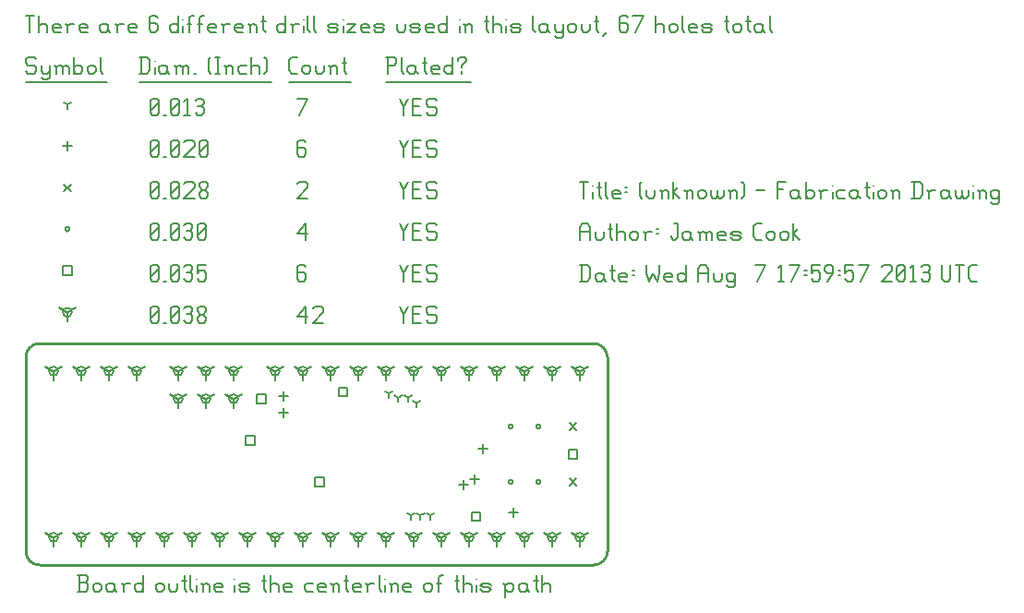
<source format=gbr>
G04 start of page 11 for group -3984 idx -3984 *
G04 Title: (unknown), fab *
G04 Creator: pcb 20110918 *
G04 CreationDate: Wed Aug  7 17:59:57 2013 UTC *
G04 For: mokus *
G04 Format: Gerber/RS-274X *
G04 PCB-Dimensions: 210000 80000 *
G04 PCB-Coordinate-Origin: lower left *
%MOIN*%
%FSLAX25Y25*%
%LNFAB*%
%ADD69C,0.0100*%
%ADD68C,0.0075*%
%ADD67C,0.0060*%
%ADD66C,0.0001*%
%ADD65R,0.0080X0.0080*%
G54D65*X55000Y60000D02*Y56800D01*
G54D66*G36*
X54454Y60147D02*X57920Y62146D01*
X58320Y61453D01*
X54853Y59454D01*
X54454Y60147D01*
G37*
G36*
X55147Y59454D02*X51680Y61453D01*
X52080Y62146D01*
X55546Y60147D01*
X55147Y59454D01*
G37*
G54D65*X53400Y60000D02*G75*G03X56600Y60000I1600J0D01*G01*
G75*G03X53400Y60000I-1600J0D01*G01*
X55000Y70000D02*Y66800D01*
G54D66*G36*
X54454Y70147D02*X57920Y72146D01*
X58320Y71453D01*
X54853Y69454D01*
X54454Y70147D01*
G37*
G36*
X55147Y69454D02*X51680Y71453D01*
X52080Y72146D01*
X55546Y70147D01*
X55147Y69454D01*
G37*
G54D65*X53400Y70000D02*G75*G03X56600Y70000I1600J0D01*G01*
G75*G03X53400Y70000I-1600J0D01*G01*
X65000Y60000D02*Y56800D01*
G54D66*G36*
X64454Y60147D02*X67920Y62146D01*
X68320Y61453D01*
X64853Y59454D01*
X64454Y60147D01*
G37*
G36*
X65147Y59454D02*X61680Y61453D01*
X62080Y62146D01*
X65546Y60147D01*
X65147Y59454D01*
G37*
G54D65*X63400Y60000D02*G75*G03X66600Y60000I1600J0D01*G01*
G75*G03X63400Y60000I-1600J0D01*G01*
X65000Y70000D02*Y66800D01*
G54D66*G36*
X64454Y70147D02*X67920Y72146D01*
X68320Y71453D01*
X64853Y69454D01*
X64454Y70147D01*
G37*
G36*
X65147Y69454D02*X61680Y71453D01*
X62080Y72146D01*
X65546Y70147D01*
X65147Y69454D01*
G37*
G54D65*X63400Y70000D02*G75*G03X66600Y70000I1600J0D01*G01*
G75*G03X63400Y70000I-1600J0D01*G01*
X75000Y60000D02*Y56800D01*
G54D66*G36*
X74454Y60147D02*X77920Y62146D01*
X78320Y61453D01*
X74853Y59454D01*
X74454Y60147D01*
G37*
G36*
X75147Y59454D02*X71680Y61453D01*
X72080Y62146D01*
X75546Y60147D01*
X75147Y59454D01*
G37*
G54D65*X73400Y60000D02*G75*G03X76600Y60000I1600J0D01*G01*
G75*G03X73400Y60000I-1600J0D01*G01*
X75000Y70000D02*Y66800D01*
G54D66*G36*
X74454Y70147D02*X77920Y72146D01*
X78320Y71453D01*
X74853Y69454D01*
X74454Y70147D01*
G37*
G36*
X75147Y69454D02*X71680Y71453D01*
X72080Y72146D01*
X75546Y70147D01*
X75147Y69454D01*
G37*
G54D65*X73400Y70000D02*G75*G03X76600Y70000I1600J0D01*G01*
G75*G03X73400Y70000I-1600J0D01*G01*
X10000Y10000D02*Y6800D01*
G54D66*G36*
X9454Y10147D02*X12920Y12146D01*
X13320Y11453D01*
X9853Y9454D01*
X9454Y10147D01*
G37*
G36*
X10147Y9454D02*X6680Y11453D01*
X7080Y12146D01*
X10546Y10147D01*
X10147Y9454D01*
G37*
G54D65*X8400Y10000D02*G75*G03X11600Y10000I1600J0D01*G01*
G75*G03X8400Y10000I-1600J0D01*G01*
X20000D02*Y6800D01*
G54D66*G36*
X19454Y10147D02*X22920Y12146D01*
X23320Y11453D01*
X19853Y9454D01*
X19454Y10147D01*
G37*
G36*
X20147Y9454D02*X16680Y11453D01*
X17080Y12146D01*
X20546Y10147D01*
X20147Y9454D01*
G37*
G54D65*X18400Y10000D02*G75*G03X21600Y10000I1600J0D01*G01*
G75*G03X18400Y10000I-1600J0D01*G01*
X30000D02*Y6800D01*
G54D66*G36*
X29454Y10147D02*X32920Y12146D01*
X33320Y11453D01*
X29853Y9454D01*
X29454Y10147D01*
G37*
G36*
X30147Y9454D02*X26680Y11453D01*
X27080Y12146D01*
X30546Y10147D01*
X30147Y9454D01*
G37*
G54D65*X28400Y10000D02*G75*G03X31600Y10000I1600J0D01*G01*
G75*G03X28400Y10000I-1600J0D01*G01*
X40000D02*Y6800D01*
G54D66*G36*
X39454Y10147D02*X42920Y12146D01*
X43320Y11453D01*
X39853Y9454D01*
X39454Y10147D01*
G37*
G36*
X40147Y9454D02*X36680Y11453D01*
X37080Y12146D01*
X40546Y10147D01*
X40147Y9454D01*
G37*
G54D65*X38400Y10000D02*G75*G03X41600Y10000I1600J0D01*G01*
G75*G03X38400Y10000I-1600J0D01*G01*
X50000D02*Y6800D01*
G54D66*G36*
X49454Y10147D02*X52920Y12146D01*
X53320Y11453D01*
X49853Y9454D01*
X49454Y10147D01*
G37*
G36*
X50147Y9454D02*X46680Y11453D01*
X47080Y12146D01*
X50546Y10147D01*
X50147Y9454D01*
G37*
G54D65*X48400Y10000D02*G75*G03X51600Y10000I1600J0D01*G01*
G75*G03X48400Y10000I-1600J0D01*G01*
X60000D02*Y6800D01*
G54D66*G36*
X59454Y10147D02*X62920Y12146D01*
X63320Y11453D01*
X59853Y9454D01*
X59454Y10147D01*
G37*
G36*
X60147Y9454D02*X56680Y11453D01*
X57080Y12146D01*
X60546Y10147D01*
X60147Y9454D01*
G37*
G54D65*X58400Y10000D02*G75*G03X61600Y10000I1600J0D01*G01*
G75*G03X58400Y10000I-1600J0D01*G01*
X70000D02*Y6800D01*
G54D66*G36*
X69454Y10147D02*X72920Y12146D01*
X73320Y11453D01*
X69853Y9454D01*
X69454Y10147D01*
G37*
G36*
X70147Y9454D02*X66680Y11453D01*
X67080Y12146D01*
X70546Y10147D01*
X70147Y9454D01*
G37*
G54D65*X68400Y10000D02*G75*G03X71600Y10000I1600J0D01*G01*
G75*G03X68400Y10000I-1600J0D01*G01*
X80000D02*Y6800D01*
G54D66*G36*
X79454Y10147D02*X82920Y12146D01*
X83320Y11453D01*
X79853Y9454D01*
X79454Y10147D01*
G37*
G36*
X80147Y9454D02*X76680Y11453D01*
X77080Y12146D01*
X80546Y10147D01*
X80147Y9454D01*
G37*
G54D65*X78400Y10000D02*G75*G03X81600Y10000I1600J0D01*G01*
G75*G03X78400Y10000I-1600J0D01*G01*
X90000D02*Y6800D01*
G54D66*G36*
X89454Y10147D02*X92920Y12146D01*
X93320Y11453D01*
X89853Y9454D01*
X89454Y10147D01*
G37*
G36*
X90147Y9454D02*X86680Y11453D01*
X87080Y12146D01*
X90546Y10147D01*
X90147Y9454D01*
G37*
G54D65*X88400Y10000D02*G75*G03X91600Y10000I1600J0D01*G01*
G75*G03X88400Y10000I-1600J0D01*G01*
X100000D02*Y6800D01*
G54D66*G36*
X99454Y10147D02*X102920Y12146D01*
X103320Y11453D01*
X99853Y9454D01*
X99454Y10147D01*
G37*
G36*
X100147Y9454D02*X96680Y11453D01*
X97080Y12146D01*
X100546Y10147D01*
X100147Y9454D01*
G37*
G54D65*X98400Y10000D02*G75*G03X101600Y10000I1600J0D01*G01*
G75*G03X98400Y10000I-1600J0D01*G01*
X110000D02*Y6800D01*
G54D66*G36*
X109454Y10147D02*X112920Y12146D01*
X113320Y11453D01*
X109853Y9454D01*
X109454Y10147D01*
G37*
G36*
X110147Y9454D02*X106680Y11453D01*
X107080Y12146D01*
X110546Y10147D01*
X110147Y9454D01*
G37*
G54D65*X108400Y10000D02*G75*G03X111600Y10000I1600J0D01*G01*
G75*G03X108400Y10000I-1600J0D01*G01*
X120000D02*Y6800D01*
G54D66*G36*
X119454Y10147D02*X122920Y12146D01*
X123320Y11453D01*
X119853Y9454D01*
X119454Y10147D01*
G37*
G36*
X120147Y9454D02*X116680Y11453D01*
X117080Y12146D01*
X120546Y10147D01*
X120147Y9454D01*
G37*
G54D65*X118400Y10000D02*G75*G03X121600Y10000I1600J0D01*G01*
G75*G03X118400Y10000I-1600J0D01*G01*
X130000D02*Y6800D01*
G54D66*G36*
X129454Y10147D02*X132920Y12146D01*
X133320Y11453D01*
X129853Y9454D01*
X129454Y10147D01*
G37*
G36*
X130147Y9454D02*X126680Y11453D01*
X127080Y12146D01*
X130546Y10147D01*
X130147Y9454D01*
G37*
G54D65*X128400Y10000D02*G75*G03X131600Y10000I1600J0D01*G01*
G75*G03X128400Y10000I-1600J0D01*G01*
X140000D02*Y6800D01*
G54D66*G36*
X139454Y10147D02*X142920Y12146D01*
X143320Y11453D01*
X139853Y9454D01*
X139454Y10147D01*
G37*
G36*
X140147Y9454D02*X136680Y11453D01*
X137080Y12146D01*
X140546Y10147D01*
X140147Y9454D01*
G37*
G54D65*X138400Y10000D02*G75*G03X141600Y10000I1600J0D01*G01*
G75*G03X138400Y10000I-1600J0D01*G01*
X150000D02*Y6800D01*
G54D66*G36*
X149454Y10147D02*X152920Y12146D01*
X153320Y11453D01*
X149853Y9454D01*
X149454Y10147D01*
G37*
G36*
X150147Y9454D02*X146680Y11453D01*
X147080Y12146D01*
X150546Y10147D01*
X150147Y9454D01*
G37*
G54D65*X148400Y10000D02*G75*G03X151600Y10000I1600J0D01*G01*
G75*G03X148400Y10000I-1600J0D01*G01*
X160000D02*Y6800D01*
G54D66*G36*
X159454Y10147D02*X162920Y12146D01*
X163320Y11453D01*
X159853Y9454D01*
X159454Y10147D01*
G37*
G36*
X160147Y9454D02*X156680Y11453D01*
X157080Y12146D01*
X160546Y10147D01*
X160147Y9454D01*
G37*
G54D65*X158400Y10000D02*G75*G03X161600Y10000I1600J0D01*G01*
G75*G03X158400Y10000I-1600J0D01*G01*
X170000D02*Y6800D01*
G54D66*G36*
X169454Y10147D02*X172920Y12146D01*
X173320Y11453D01*
X169853Y9454D01*
X169454Y10147D01*
G37*
G36*
X170147Y9454D02*X166680Y11453D01*
X167080Y12146D01*
X170546Y10147D01*
X170147Y9454D01*
G37*
G54D65*X168400Y10000D02*G75*G03X171600Y10000I1600J0D01*G01*
G75*G03X168400Y10000I-1600J0D01*G01*
X180000D02*Y6800D01*
G54D66*G36*
X179454Y10147D02*X182920Y12146D01*
X183320Y11453D01*
X179853Y9454D01*
X179454Y10147D01*
G37*
G36*
X180147Y9454D02*X176680Y11453D01*
X177080Y12146D01*
X180546Y10147D01*
X180147Y9454D01*
G37*
G54D65*X178400Y10000D02*G75*G03X181600Y10000I1600J0D01*G01*
G75*G03X178400Y10000I-1600J0D01*G01*
X190000D02*Y6800D01*
G54D66*G36*
X189454Y10147D02*X192920Y12146D01*
X193320Y11453D01*
X189853Y9454D01*
X189454Y10147D01*
G37*
G36*
X190147Y9454D02*X186680Y11453D01*
X187080Y12146D01*
X190546Y10147D01*
X190147Y9454D01*
G37*
G54D65*X188400Y10000D02*G75*G03X191600Y10000I1600J0D01*G01*
G75*G03X188400Y10000I-1600J0D01*G01*
X200000D02*Y6800D01*
G54D66*G36*
X199454Y10147D02*X202920Y12146D01*
X203320Y11453D01*
X199853Y9454D01*
X199454Y10147D01*
G37*
G36*
X200147Y9454D02*X196680Y11453D01*
X197080Y12146D01*
X200546Y10147D01*
X200147Y9454D01*
G37*
G54D65*X198400Y10000D02*G75*G03X201600Y10000I1600J0D01*G01*
G75*G03X198400Y10000I-1600J0D01*G01*
X10000Y70000D02*Y66800D01*
G54D66*G36*
X9454Y70147D02*X12920Y72146D01*
X13320Y71453D01*
X9853Y69454D01*
X9454Y70147D01*
G37*
G36*
X10147Y69454D02*X6680Y71453D01*
X7080Y72146D01*
X10546Y70147D01*
X10147Y69454D01*
G37*
G54D65*X8400Y70000D02*G75*G03X11600Y70000I1600J0D01*G01*
G75*G03X8400Y70000I-1600J0D01*G01*
X20000D02*Y66800D01*
G54D66*G36*
X19454Y70147D02*X22920Y72146D01*
X23320Y71453D01*
X19853Y69454D01*
X19454Y70147D01*
G37*
G36*
X20147Y69454D02*X16680Y71453D01*
X17080Y72146D01*
X20546Y70147D01*
X20147Y69454D01*
G37*
G54D65*X18400Y70000D02*G75*G03X21600Y70000I1600J0D01*G01*
G75*G03X18400Y70000I-1600J0D01*G01*
X30000D02*Y66800D01*
G54D66*G36*
X29454Y70147D02*X32920Y72146D01*
X33320Y71453D01*
X29853Y69454D01*
X29454Y70147D01*
G37*
G36*
X30147Y69454D02*X26680Y71453D01*
X27080Y72146D01*
X30546Y70147D01*
X30147Y69454D01*
G37*
G54D65*X28400Y70000D02*G75*G03X31600Y70000I1600J0D01*G01*
G75*G03X28400Y70000I-1600J0D01*G01*
X40000D02*Y66800D01*
G54D66*G36*
X39454Y70147D02*X42920Y72146D01*
X43320Y71453D01*
X39853Y69454D01*
X39454Y70147D01*
G37*
G36*
X40147Y69454D02*X36680Y71453D01*
X37080Y72146D01*
X40546Y70147D01*
X40147Y69454D01*
G37*
G54D65*X38400Y70000D02*G75*G03X41600Y70000I1600J0D01*G01*
G75*G03X38400Y70000I-1600J0D01*G01*
X120000D02*Y66800D01*
G54D66*G36*
X119454Y70147D02*X122920Y72146D01*
X123320Y71453D01*
X119853Y69454D01*
X119454Y70147D01*
G37*
G36*
X120147Y69454D02*X116680Y71453D01*
X117080Y72146D01*
X120546Y70147D01*
X120147Y69454D01*
G37*
G54D65*X118400Y70000D02*G75*G03X121600Y70000I1600J0D01*G01*
G75*G03X118400Y70000I-1600J0D01*G01*
X110000D02*Y66800D01*
G54D66*G36*
X109454Y70147D02*X112920Y72146D01*
X113320Y71453D01*
X109853Y69454D01*
X109454Y70147D01*
G37*
G36*
X110147Y69454D02*X106680Y71453D01*
X107080Y72146D01*
X110546Y70147D01*
X110147Y69454D01*
G37*
G54D65*X108400Y70000D02*G75*G03X111600Y70000I1600J0D01*G01*
G75*G03X108400Y70000I-1600J0D01*G01*
X100000D02*Y66800D01*
G54D66*G36*
X99454Y70147D02*X102920Y72146D01*
X103320Y71453D01*
X99853Y69454D01*
X99454Y70147D01*
G37*
G36*
X100147Y69454D02*X96680Y71453D01*
X97080Y72146D01*
X100546Y70147D01*
X100147Y69454D01*
G37*
G54D65*X98400Y70000D02*G75*G03X101600Y70000I1600J0D01*G01*
G75*G03X98400Y70000I-1600J0D01*G01*
X90000D02*Y66800D01*
G54D66*G36*
X89454Y70147D02*X92920Y72146D01*
X93320Y71453D01*
X89853Y69454D01*
X89454Y70147D01*
G37*
G36*
X90147Y69454D02*X86680Y71453D01*
X87080Y72146D01*
X90546Y70147D01*
X90147Y69454D01*
G37*
G54D65*X88400Y70000D02*G75*G03X91600Y70000I1600J0D01*G01*
G75*G03X88400Y70000I-1600J0D01*G01*
X200000D02*Y66800D01*
G54D66*G36*
X199454Y70147D02*X202920Y72146D01*
X203320Y71453D01*
X199853Y69454D01*
X199454Y70147D01*
G37*
G36*
X200147Y69454D02*X196680Y71453D01*
X197080Y72146D01*
X200546Y70147D01*
X200147Y69454D01*
G37*
G54D65*X198400Y70000D02*G75*G03X201600Y70000I1600J0D01*G01*
G75*G03X198400Y70000I-1600J0D01*G01*
X190000D02*Y66800D01*
G54D66*G36*
X189454Y70147D02*X192920Y72146D01*
X193320Y71453D01*
X189853Y69454D01*
X189454Y70147D01*
G37*
G36*
X190147Y69454D02*X186680Y71453D01*
X187080Y72146D01*
X190546Y70147D01*
X190147Y69454D01*
G37*
G54D65*X188400Y70000D02*G75*G03X191600Y70000I1600J0D01*G01*
G75*G03X188400Y70000I-1600J0D01*G01*
X180000D02*Y66800D01*
G54D66*G36*
X179454Y70147D02*X182920Y72146D01*
X183320Y71453D01*
X179853Y69454D01*
X179454Y70147D01*
G37*
G36*
X180147Y69454D02*X176680Y71453D01*
X177080Y72146D01*
X180546Y70147D01*
X180147Y69454D01*
G37*
G54D65*X178400Y70000D02*G75*G03X181600Y70000I1600J0D01*G01*
G75*G03X178400Y70000I-1600J0D01*G01*
X170000D02*Y66800D01*
G54D66*G36*
X169454Y70147D02*X172920Y72146D01*
X173320Y71453D01*
X169853Y69454D01*
X169454Y70147D01*
G37*
G36*
X170147Y69454D02*X166680Y71453D01*
X167080Y72146D01*
X170546Y70147D01*
X170147Y69454D01*
G37*
G54D65*X168400Y70000D02*G75*G03X171600Y70000I1600J0D01*G01*
G75*G03X168400Y70000I-1600J0D01*G01*
X160000D02*Y66800D01*
G54D66*G36*
X159454Y70147D02*X162920Y72146D01*
X163320Y71453D01*
X159853Y69454D01*
X159454Y70147D01*
G37*
G36*
X160147Y69454D02*X156680Y71453D01*
X157080Y72146D01*
X160546Y70147D01*
X160147Y69454D01*
G37*
G54D65*X158400Y70000D02*G75*G03X161600Y70000I1600J0D01*G01*
G75*G03X158400Y70000I-1600J0D01*G01*
X150000D02*Y66800D01*
G54D66*G36*
X149454Y70147D02*X152920Y72146D01*
X153320Y71453D01*
X149853Y69454D01*
X149454Y70147D01*
G37*
G36*
X150147Y69454D02*X146680Y71453D01*
X147080Y72146D01*
X150546Y70147D01*
X150147Y69454D01*
G37*
G54D65*X148400Y70000D02*G75*G03X151600Y70000I1600J0D01*G01*
G75*G03X148400Y70000I-1600J0D01*G01*
X140000D02*Y66800D01*
G54D66*G36*
X139454Y70147D02*X142920Y72146D01*
X143320Y71453D01*
X139853Y69454D01*
X139454Y70147D01*
G37*
G36*
X140147Y69454D02*X136680Y71453D01*
X137080Y72146D01*
X140546Y70147D01*
X140147Y69454D01*
G37*
G54D65*X138400Y70000D02*G75*G03X141600Y70000I1600J0D01*G01*
G75*G03X138400Y70000I-1600J0D01*G01*
X130000D02*Y66800D01*
G54D66*G36*
X129454Y70147D02*X132920Y72146D01*
X133320Y71453D01*
X129853Y69454D01*
X129454Y70147D01*
G37*
G36*
X130147Y69454D02*X126680Y71453D01*
X127080Y72146D01*
X130546Y70147D01*
X130147Y69454D01*
G37*
G54D65*X128400Y70000D02*G75*G03X131600Y70000I1600J0D01*G01*
G75*G03X128400Y70000I-1600J0D01*G01*
X15000Y91250D02*Y88050D01*
G54D66*G36*
X14454Y91397D02*X17920Y93396D01*
X18320Y92703D01*
X14853Y90704D01*
X14454Y91397D01*
G37*
G36*
X15147Y90704D02*X11680Y92703D01*
X12080Y93396D01*
X15546Y91397D01*
X15147Y90704D01*
G37*
G54D65*X13400Y91250D02*G75*G03X16600Y91250I1600J0D01*G01*
G75*G03X13400Y91250I-1600J0D01*G01*
G54D67*X135000Y93500D02*X136500Y90500D01*
X138000Y93500D01*
X136500Y90500D02*Y87500D01*
X139800Y90800D02*X142050D01*
X139800Y87500D02*X142800D01*
X139800Y93500D02*Y87500D01*
Y93500D02*X142800D01*
X147600D02*X148350Y92750D01*
X145350Y93500D02*X147600D01*
X144600Y92750D02*X145350Y93500D01*
X144600Y92750D02*Y91250D01*
X145350Y90500D01*
X147600D01*
X148350Y89750D01*
Y88250D01*
X147600Y87500D02*X148350Y88250D01*
X145350Y87500D02*X147600D01*
X144600Y88250D02*X145350Y87500D01*
X98000Y89750D02*X101000Y93500D01*
X98000Y89750D02*X101750D01*
X101000Y93500D02*Y87500D01*
X103550Y92750D02*X104300Y93500D01*
X106550D01*
X107300Y92750D01*
Y91250D01*
X103550Y87500D02*X107300Y91250D01*
X103550Y87500D02*X107300D01*
X45000Y88250D02*X45750Y87500D01*
X45000Y92750D02*Y88250D01*
Y92750D02*X45750Y93500D01*
X47250D01*
X48000Y92750D01*
Y88250D01*
X47250Y87500D02*X48000Y88250D01*
X45750Y87500D02*X47250D01*
X45000Y89000D02*X48000Y92000D01*
X49800Y87500D02*X50550D01*
X52350Y88250D02*X53100Y87500D01*
X52350Y92750D02*Y88250D01*
Y92750D02*X53100Y93500D01*
X54600D01*
X55350Y92750D01*
Y88250D01*
X54600Y87500D02*X55350Y88250D01*
X53100Y87500D02*X54600D01*
X52350Y89000D02*X55350Y92000D01*
X57150Y92750D02*X57900Y93500D01*
X59400D01*
X60150Y92750D01*
X59400Y87500D02*X60150Y88250D01*
X57900Y87500D02*X59400D01*
X57150Y88250D02*X57900Y87500D01*
Y90800D02*X59400D01*
X60150Y92750D02*Y91550D01*
Y90050D02*Y88250D01*
Y90050D02*X59400Y90800D01*
X60150Y91550D02*X59400Y90800D01*
X61950Y88250D02*X62700Y87500D01*
X61950Y89450D02*Y88250D01*
Y89450D02*X63000Y90500D01*
X63900D01*
X64950Y89450D01*
Y88250D01*
X64200Y87500D02*X64950Y88250D01*
X62700Y87500D02*X64200D01*
X61950Y91550D02*X63000Y90500D01*
X61950Y92750D02*Y91550D01*
Y92750D02*X62700Y93500D01*
X64200D01*
X64950Y92750D01*
Y91550D01*
X63900Y90500D02*X64950Y91550D01*
X160900Y19100D02*X164100D01*
X160900D02*Y15900D01*
X164100D01*
Y19100D02*Y15900D01*
X104400Y31600D02*X107600D01*
X104400D02*Y28400D01*
X107600D01*
Y31600D02*Y28400D01*
X112900Y64100D02*X116100D01*
X112900D02*Y60900D01*
X116100D01*
Y64100D02*Y60900D01*
X83400Y61600D02*X86600D01*
X83400D02*Y58400D01*
X86600D01*
Y61600D02*Y58400D01*
X79400Y46600D02*X82600D01*
X79400D02*Y43400D01*
X82600D01*
Y46600D02*Y43400D01*
X195900Y41600D02*X199100D01*
X195900D02*Y38400D01*
X199100D01*
Y41600D02*Y38400D01*
X13400Y107850D02*X16600D01*
X13400D02*Y104650D01*
X16600D01*
Y107850D02*Y104650D01*
X135000Y108500D02*X136500Y105500D01*
X138000Y108500D01*
X136500Y105500D02*Y102500D01*
X139800Y105800D02*X142050D01*
X139800Y102500D02*X142800D01*
X139800Y108500D02*Y102500D01*
Y108500D02*X142800D01*
X147600D02*X148350Y107750D01*
X145350Y108500D02*X147600D01*
X144600Y107750D02*X145350Y108500D01*
X144600Y107750D02*Y106250D01*
X145350Y105500D01*
X147600D01*
X148350Y104750D01*
Y103250D01*
X147600Y102500D02*X148350Y103250D01*
X145350Y102500D02*X147600D01*
X144600Y103250D02*X145350Y102500D01*
X100250Y108500D02*X101000Y107750D01*
X98750Y108500D02*X100250D01*
X98000Y107750D02*X98750Y108500D01*
X98000Y107750D02*Y103250D01*
X98750Y102500D01*
X100250Y105800D02*X101000Y105050D01*
X98000Y105800D02*X100250D01*
X98750Y102500D02*X100250D01*
X101000Y103250D01*
Y105050D02*Y103250D01*
X45000D02*X45750Y102500D01*
X45000Y107750D02*Y103250D01*
Y107750D02*X45750Y108500D01*
X47250D01*
X48000Y107750D01*
Y103250D01*
X47250Y102500D02*X48000Y103250D01*
X45750Y102500D02*X47250D01*
X45000Y104000D02*X48000Y107000D01*
X49800Y102500D02*X50550D01*
X52350Y103250D02*X53100Y102500D01*
X52350Y107750D02*Y103250D01*
Y107750D02*X53100Y108500D01*
X54600D01*
X55350Y107750D01*
Y103250D01*
X54600Y102500D02*X55350Y103250D01*
X53100Y102500D02*X54600D01*
X52350Y104000D02*X55350Y107000D01*
X57150Y107750D02*X57900Y108500D01*
X59400D01*
X60150Y107750D01*
X59400Y102500D02*X60150Y103250D01*
X57900Y102500D02*X59400D01*
X57150Y103250D02*X57900Y102500D01*
Y105800D02*X59400D01*
X60150Y107750D02*Y106550D01*
Y105050D02*Y103250D01*
Y105050D02*X59400Y105800D01*
X60150Y106550D02*X59400Y105800D01*
X61950Y108500D02*X64950D01*
X61950D02*Y105500D01*
X62700Y106250D01*
X64200D01*
X64950Y105500D01*
Y103250D01*
X64200Y102500D02*X64950Y103250D01*
X62700Y102500D02*X64200D01*
X61950Y103250D02*X62700Y102500D01*
X174200Y30000D02*G75*G03X175800Y30000I800J0D01*G01*
G75*G03X174200Y30000I-800J0D01*G01*
X184200D02*G75*G03X185800Y30000I800J0D01*G01*
G75*G03X184200Y30000I-800J0D01*G01*
X174200Y50000D02*G75*G03X175800Y50000I800J0D01*G01*
G75*G03X174200Y50000I-800J0D01*G01*
X184200D02*G75*G03X185800Y50000I800J0D01*G01*
G75*G03X184200Y50000I-800J0D01*G01*
X14200Y121250D02*G75*G03X15800Y121250I800J0D01*G01*
G75*G03X14200Y121250I-800J0D01*G01*
X135000Y123500D02*X136500Y120500D01*
X138000Y123500D01*
X136500Y120500D02*Y117500D01*
X139800Y120800D02*X142050D01*
X139800Y117500D02*X142800D01*
X139800Y123500D02*Y117500D01*
Y123500D02*X142800D01*
X147600D02*X148350Y122750D01*
X145350Y123500D02*X147600D01*
X144600Y122750D02*X145350Y123500D01*
X144600Y122750D02*Y121250D01*
X145350Y120500D01*
X147600D01*
X148350Y119750D01*
Y118250D01*
X147600Y117500D02*X148350Y118250D01*
X145350Y117500D02*X147600D01*
X144600Y118250D02*X145350Y117500D01*
X98000Y119750D02*X101000Y123500D01*
X98000Y119750D02*X101750D01*
X101000Y123500D02*Y117500D01*
X45000Y118250D02*X45750Y117500D01*
X45000Y122750D02*Y118250D01*
Y122750D02*X45750Y123500D01*
X47250D01*
X48000Y122750D01*
Y118250D01*
X47250Y117500D02*X48000Y118250D01*
X45750Y117500D02*X47250D01*
X45000Y119000D02*X48000Y122000D01*
X49800Y117500D02*X50550D01*
X52350Y118250D02*X53100Y117500D01*
X52350Y122750D02*Y118250D01*
Y122750D02*X53100Y123500D01*
X54600D01*
X55350Y122750D01*
Y118250D01*
X54600Y117500D02*X55350Y118250D01*
X53100Y117500D02*X54600D01*
X52350Y119000D02*X55350Y122000D01*
X57150Y122750D02*X57900Y123500D01*
X59400D01*
X60150Y122750D01*
X59400Y117500D02*X60150Y118250D01*
X57900Y117500D02*X59400D01*
X57150Y118250D02*X57900Y117500D01*
Y120800D02*X59400D01*
X60150Y122750D02*Y121550D01*
Y120050D02*Y118250D01*
Y120050D02*X59400Y120800D01*
X60150Y121550D02*X59400Y120800D01*
X61950Y118250D02*X62700Y117500D01*
X61950Y122750D02*Y118250D01*
Y122750D02*X62700Y123500D01*
X64200D01*
X64950Y122750D01*
Y118250D01*
X64200Y117500D02*X64950Y118250D01*
X62700Y117500D02*X64200D01*
X61950Y119000D02*X64950Y122000D01*
X196300Y31200D02*X198700Y28800D01*
X196300D02*X198700Y31200D01*
X196300Y51200D02*X198700Y48800D01*
X196300D02*X198700Y51200D01*
X13800Y137450D02*X16200Y135050D01*
X13800D02*X16200Y137450D01*
X135000Y138500D02*X136500Y135500D01*
X138000Y138500D01*
X136500Y135500D02*Y132500D01*
X139800Y135800D02*X142050D01*
X139800Y132500D02*X142800D01*
X139800Y138500D02*Y132500D01*
Y138500D02*X142800D01*
X147600D02*X148350Y137750D01*
X145350Y138500D02*X147600D01*
X144600Y137750D02*X145350Y138500D01*
X144600Y137750D02*Y136250D01*
X145350Y135500D01*
X147600D01*
X148350Y134750D01*
Y133250D01*
X147600Y132500D02*X148350Y133250D01*
X145350Y132500D02*X147600D01*
X144600Y133250D02*X145350Y132500D01*
X98000Y137750D02*X98750Y138500D01*
X101000D01*
X101750Y137750D01*
Y136250D01*
X98000Y132500D02*X101750Y136250D01*
X98000Y132500D02*X101750D01*
X45000Y133250D02*X45750Y132500D01*
X45000Y137750D02*Y133250D01*
Y137750D02*X45750Y138500D01*
X47250D01*
X48000Y137750D01*
Y133250D01*
X47250Y132500D02*X48000Y133250D01*
X45750Y132500D02*X47250D01*
X45000Y134000D02*X48000Y137000D01*
X49800Y132500D02*X50550D01*
X52350Y133250D02*X53100Y132500D01*
X52350Y137750D02*Y133250D01*
Y137750D02*X53100Y138500D01*
X54600D01*
X55350Y137750D01*
Y133250D01*
X54600Y132500D02*X55350Y133250D01*
X53100Y132500D02*X54600D01*
X52350Y134000D02*X55350Y137000D01*
X57150Y137750D02*X57900Y138500D01*
X60150D01*
X60900Y137750D01*
Y136250D01*
X57150Y132500D02*X60900Y136250D01*
X57150Y132500D02*X60900D01*
X62700Y133250D02*X63450Y132500D01*
X62700Y134450D02*Y133250D01*
Y134450D02*X63750Y135500D01*
X64650D01*
X65700Y134450D01*
Y133250D01*
X64950Y132500D02*X65700Y133250D01*
X63450Y132500D02*X64950D01*
X62700Y136550D02*X63750Y135500D01*
X62700Y137750D02*Y136550D01*
Y137750D02*X63450Y138500D01*
X64950D01*
X65700Y137750D01*
Y136550D01*
X64650Y135500D02*X65700Y136550D01*
X165000Y43600D02*Y40400D01*
X163400Y42000D02*X166600D01*
X162000Y32600D02*Y29400D01*
X160400Y31000D02*X163600D01*
X158000Y30600D02*Y27400D01*
X156400Y29000D02*X159600D01*
X176000Y20600D02*Y17400D01*
X174400Y19000D02*X177600D01*
X93000Y62600D02*Y59400D01*
X91400Y61000D02*X94600D01*
X93000Y56600D02*Y53400D01*
X91400Y55000D02*X94600D01*
X15000Y152850D02*Y149650D01*
X13400Y151250D02*X16600D01*
X135000Y153500D02*X136500Y150500D01*
X138000Y153500D01*
X136500Y150500D02*Y147500D01*
X139800Y150800D02*X142050D01*
X139800Y147500D02*X142800D01*
X139800Y153500D02*Y147500D01*
Y153500D02*X142800D01*
X147600D02*X148350Y152750D01*
X145350Y153500D02*X147600D01*
X144600Y152750D02*X145350Y153500D01*
X144600Y152750D02*Y151250D01*
X145350Y150500D01*
X147600D01*
X148350Y149750D01*
Y148250D01*
X147600Y147500D02*X148350Y148250D01*
X145350Y147500D02*X147600D01*
X144600Y148250D02*X145350Y147500D01*
X100250Y153500D02*X101000Y152750D01*
X98750Y153500D02*X100250D01*
X98000Y152750D02*X98750Y153500D01*
X98000Y152750D02*Y148250D01*
X98750Y147500D01*
X100250Y150800D02*X101000Y150050D01*
X98000Y150800D02*X100250D01*
X98750Y147500D02*X100250D01*
X101000Y148250D01*
Y150050D02*Y148250D01*
X45000D02*X45750Y147500D01*
X45000Y152750D02*Y148250D01*
Y152750D02*X45750Y153500D01*
X47250D01*
X48000Y152750D01*
Y148250D01*
X47250Y147500D02*X48000Y148250D01*
X45750Y147500D02*X47250D01*
X45000Y149000D02*X48000Y152000D01*
X49800Y147500D02*X50550D01*
X52350Y148250D02*X53100Y147500D01*
X52350Y152750D02*Y148250D01*
Y152750D02*X53100Y153500D01*
X54600D01*
X55350Y152750D01*
Y148250D01*
X54600Y147500D02*X55350Y148250D01*
X53100Y147500D02*X54600D01*
X52350Y149000D02*X55350Y152000D01*
X57150Y152750D02*X57900Y153500D01*
X60150D01*
X60900Y152750D01*
Y151250D01*
X57150Y147500D02*X60900Y151250D01*
X57150Y147500D02*X60900D01*
X62700Y148250D02*X63450Y147500D01*
X62700Y152750D02*Y148250D01*
Y152750D02*X63450Y153500D01*
X64950D01*
X65700Y152750D01*
Y148250D01*
X64950Y147500D02*X65700Y148250D01*
X63450Y147500D02*X64950D01*
X62700Y149000D02*X65700Y152000D01*
X139000Y18000D02*Y16400D01*
Y18000D02*X140387Y18800D01*
X139000Y18000D02*X137613Y18800D01*
X142500Y18000D02*Y16400D01*
Y18000D02*X143887Y18800D01*
X142500Y18000D02*X141113Y18800D01*
X146000Y18000D02*Y16400D01*
Y18000D02*X147387Y18800D01*
X146000Y18000D02*X144613Y18800D01*
X134500Y60500D02*Y58900D01*
Y60500D02*X135887Y61300D01*
X134500Y60500D02*X133113Y61300D01*
X138000Y60500D02*Y58900D01*
Y60500D02*X139387Y61300D01*
X138000Y60500D02*X136613Y61300D01*
X141000Y58500D02*Y56900D01*
Y58500D02*X142387Y59300D01*
X141000Y58500D02*X139613Y59300D01*
X131000Y62000D02*Y60400D01*
Y62000D02*X132387Y62800D01*
X131000Y62000D02*X129613Y62800D01*
X15000Y166250D02*Y164650D01*
Y166250D02*X16387Y167050D01*
X15000Y166250D02*X13613Y167050D01*
X135000Y168500D02*X136500Y165500D01*
X138000Y168500D01*
X136500Y165500D02*Y162500D01*
X139800Y165800D02*X142050D01*
X139800Y162500D02*X142800D01*
X139800Y168500D02*Y162500D01*
Y168500D02*X142800D01*
X147600D02*X148350Y167750D01*
X145350Y168500D02*X147600D01*
X144600Y167750D02*X145350Y168500D01*
X144600Y167750D02*Y166250D01*
X145350Y165500D01*
X147600D01*
X148350Y164750D01*
Y163250D01*
X147600Y162500D02*X148350Y163250D01*
X145350Y162500D02*X147600D01*
X144600Y163250D02*X145350Y162500D01*
X98750D02*X101750Y168500D01*
X98000D02*X101750D01*
X45000Y163250D02*X45750Y162500D01*
X45000Y167750D02*Y163250D01*
Y167750D02*X45750Y168500D01*
X47250D01*
X48000Y167750D01*
Y163250D01*
X47250Y162500D02*X48000Y163250D01*
X45750Y162500D02*X47250D01*
X45000Y164000D02*X48000Y167000D01*
X49800Y162500D02*X50550D01*
X52350Y163250D02*X53100Y162500D01*
X52350Y167750D02*Y163250D01*
Y167750D02*X53100Y168500D01*
X54600D01*
X55350Y167750D01*
Y163250D01*
X54600Y162500D02*X55350Y163250D01*
X53100Y162500D02*X54600D01*
X52350Y164000D02*X55350Y167000D01*
X57150Y167300D02*X58350Y168500D01*
Y162500D01*
X57150D02*X59400D01*
X61200Y167750D02*X61950Y168500D01*
X63450D01*
X64200Y167750D01*
X63450Y162500D02*X64200Y163250D01*
X61950Y162500D02*X63450D01*
X61200Y163250D02*X61950Y162500D01*
Y165800D02*X63450D01*
X64200Y167750D02*Y166550D01*
Y165050D02*Y163250D01*
Y165050D02*X63450Y165800D01*
X64200Y166550D02*X63450Y165800D01*
X3000Y183500D02*X3750Y182750D01*
X750Y183500D02*X3000D01*
X0Y182750D02*X750Y183500D01*
X0Y182750D02*Y181250D01*
X750Y180500D01*
X3000D01*
X3750Y179750D01*
Y178250D01*
X3000Y177500D02*X3750Y178250D01*
X750Y177500D02*X3000D01*
X0Y178250D02*X750Y177500D01*
X5550Y180500D02*Y178250D01*
X6300Y177500D01*
X8550Y180500D02*Y176000D01*
X7800Y175250D02*X8550Y176000D01*
X6300Y175250D02*X7800D01*
X5550Y176000D02*X6300Y175250D01*
Y177500D02*X7800D01*
X8550Y178250D01*
X11100Y179750D02*Y177500D01*
Y179750D02*X11850Y180500D01*
X12600D01*
X13350Y179750D01*
Y177500D01*
Y179750D02*X14100Y180500D01*
X14850D01*
X15600Y179750D01*
Y177500D01*
X10350Y180500D02*X11100Y179750D01*
X17400Y183500D02*Y177500D01*
Y178250D02*X18150Y177500D01*
X19650D01*
X20400Y178250D01*
Y179750D02*Y178250D01*
X19650Y180500D02*X20400Y179750D01*
X18150Y180500D02*X19650D01*
X17400Y179750D02*X18150Y180500D01*
X22200Y179750D02*Y178250D01*
Y179750D02*X22950Y180500D01*
X24450D01*
X25200Y179750D01*
Y178250D01*
X24450Y177500D02*X25200Y178250D01*
X22950Y177500D02*X24450D01*
X22200Y178250D02*X22950Y177500D01*
X27000Y183500D02*Y178250D01*
X27750Y177500D01*
X0Y174250D02*X29250D01*
X41750Y183500D02*Y177500D01*
X43700Y183500D02*X44750Y182450D01*
Y178550D01*
X43700Y177500D02*X44750Y178550D01*
X41000Y177500D02*X43700D01*
X41000Y183500D02*X43700D01*
G54D68*X46550Y182000D02*Y181850D01*
G54D67*Y179750D02*Y177500D01*
X50300Y180500D02*X51050Y179750D01*
X48800Y180500D02*X50300D01*
X48050Y179750D02*X48800Y180500D01*
X48050Y179750D02*Y178250D01*
X48800Y177500D01*
X51050Y180500D02*Y178250D01*
X51800Y177500D01*
X48800D02*X50300D01*
X51050Y178250D01*
X54350Y179750D02*Y177500D01*
Y179750D02*X55100Y180500D01*
X55850D01*
X56600Y179750D01*
Y177500D01*
Y179750D02*X57350Y180500D01*
X58100D01*
X58850Y179750D01*
Y177500D01*
X53600Y180500D02*X54350Y179750D01*
X60650Y177500D02*X61400D01*
X65900Y178250D02*X66650Y177500D01*
X65900Y182750D02*X66650Y183500D01*
X65900Y182750D02*Y178250D01*
X68450Y183500D02*X69950D01*
X69200D02*Y177500D01*
X68450D02*X69950D01*
X72500Y179750D02*Y177500D01*
Y179750D02*X73250Y180500D01*
X74000D01*
X74750Y179750D01*
Y177500D01*
X71750Y180500D02*X72500Y179750D01*
X77300Y180500D02*X79550D01*
X76550Y179750D02*X77300Y180500D01*
X76550Y179750D02*Y178250D01*
X77300Y177500D01*
X79550D01*
X81350Y183500D02*Y177500D01*
Y179750D02*X82100Y180500D01*
X83600D01*
X84350Y179750D01*
Y177500D01*
X86150Y183500D02*X86900Y182750D01*
Y178250D01*
X86150Y177500D02*X86900Y178250D01*
X41000Y174250D02*X88700D01*
X96050Y177500D02*X98000D01*
X95000Y178550D02*X96050Y177500D01*
X95000Y182450D02*Y178550D01*
Y182450D02*X96050Y183500D01*
X98000D01*
X99800Y179750D02*Y178250D01*
Y179750D02*X100550Y180500D01*
X102050D01*
X102800Y179750D01*
Y178250D01*
X102050Y177500D02*X102800Y178250D01*
X100550Y177500D02*X102050D01*
X99800Y178250D02*X100550Y177500D01*
X104600Y180500D02*Y178250D01*
X105350Y177500D01*
X106850D01*
X107600Y178250D01*
Y180500D02*Y178250D01*
X110150Y179750D02*Y177500D01*
Y179750D02*X110900Y180500D01*
X111650D01*
X112400Y179750D01*
Y177500D01*
X109400Y180500D02*X110150Y179750D01*
X114950Y183500D02*Y178250D01*
X115700Y177500D01*
X114200Y181250D02*X115700D01*
X95000Y174250D02*X117200D01*
X130750Y183500D02*Y177500D01*
X130000Y183500D02*X133000D01*
X133750Y182750D01*
Y181250D01*
X133000Y180500D02*X133750Y181250D01*
X130750Y180500D02*X133000D01*
X135550Y183500D02*Y178250D01*
X136300Y177500D01*
X140050Y180500D02*X140800Y179750D01*
X138550Y180500D02*X140050D01*
X137800Y179750D02*X138550Y180500D01*
X137800Y179750D02*Y178250D01*
X138550Y177500D01*
X140800Y180500D02*Y178250D01*
X141550Y177500D01*
X138550D02*X140050D01*
X140800Y178250D01*
X144100Y183500D02*Y178250D01*
X144850Y177500D01*
X143350Y181250D02*X144850D01*
X147100Y177500D02*X149350D01*
X146350Y178250D02*X147100Y177500D01*
X146350Y179750D02*Y178250D01*
Y179750D02*X147100Y180500D01*
X148600D01*
X149350Y179750D01*
X146350Y179000D02*X149350D01*
Y179750D02*Y179000D01*
X154150Y183500D02*Y177500D01*
X153400D02*X154150Y178250D01*
X151900Y177500D02*X153400D01*
X151150Y178250D02*X151900Y177500D01*
X151150Y179750D02*Y178250D01*
Y179750D02*X151900Y180500D01*
X153400D01*
X154150Y179750D01*
X157450Y180500D02*Y179750D01*
Y178250D02*Y177500D01*
X155950Y182750D02*Y182000D01*
Y182750D02*X156700Y183500D01*
X158200D01*
X158950Y182750D01*
Y182000D01*
X157450Y180500D02*X158950Y182000D01*
X130000Y174250D02*X160750D01*
X0Y198500D02*X3000D01*
X1500D02*Y192500D01*
X4800Y198500D02*Y192500D01*
Y194750D02*X5550Y195500D01*
X7050D01*
X7800Y194750D01*
Y192500D01*
X10350D02*X12600D01*
X9600Y193250D02*X10350Y192500D01*
X9600Y194750D02*Y193250D01*
Y194750D02*X10350Y195500D01*
X11850D01*
X12600Y194750D01*
X9600Y194000D02*X12600D01*
Y194750D02*Y194000D01*
X15150Y194750D02*Y192500D01*
Y194750D02*X15900Y195500D01*
X17400D01*
X14400D02*X15150Y194750D01*
X19950Y192500D02*X22200D01*
X19200Y193250D02*X19950Y192500D01*
X19200Y194750D02*Y193250D01*
Y194750D02*X19950Y195500D01*
X21450D01*
X22200Y194750D01*
X19200Y194000D02*X22200D01*
Y194750D02*Y194000D01*
X28950Y195500D02*X29700Y194750D01*
X27450Y195500D02*X28950D01*
X26700Y194750D02*X27450Y195500D01*
X26700Y194750D02*Y193250D01*
X27450Y192500D01*
X29700Y195500D02*Y193250D01*
X30450Y192500D01*
X27450D02*X28950D01*
X29700Y193250D01*
X33000Y194750D02*Y192500D01*
Y194750D02*X33750Y195500D01*
X35250D01*
X32250D02*X33000Y194750D01*
X37800Y192500D02*X40050D01*
X37050Y193250D02*X37800Y192500D01*
X37050Y194750D02*Y193250D01*
Y194750D02*X37800Y195500D01*
X39300D01*
X40050Y194750D01*
X37050Y194000D02*X40050D01*
Y194750D02*Y194000D01*
X46800Y198500D02*X47550Y197750D01*
X45300Y198500D02*X46800D01*
X44550Y197750D02*X45300Y198500D01*
X44550Y197750D02*Y193250D01*
X45300Y192500D01*
X46800Y195800D02*X47550Y195050D01*
X44550Y195800D02*X46800D01*
X45300Y192500D02*X46800D01*
X47550Y193250D01*
Y195050D02*Y193250D01*
X55050Y198500D02*Y192500D01*
X54300D02*X55050Y193250D01*
X52800Y192500D02*X54300D01*
X52050Y193250D02*X52800Y192500D01*
X52050Y194750D02*Y193250D01*
Y194750D02*X52800Y195500D01*
X54300D01*
X55050Y194750D01*
G54D68*X56850Y197000D02*Y196850D01*
G54D67*Y194750D02*Y192500D01*
X59100Y197750D02*Y192500D01*
Y197750D02*X59850Y198500D01*
X60600D01*
X58350Y195500D02*X59850D01*
X62850Y197750D02*Y192500D01*
Y197750D02*X63600Y198500D01*
X64350D01*
X62100Y195500D02*X63600D01*
X66600Y192500D02*X68850D01*
X65850Y193250D02*X66600Y192500D01*
X65850Y194750D02*Y193250D01*
Y194750D02*X66600Y195500D01*
X68100D01*
X68850Y194750D01*
X65850Y194000D02*X68850D01*
Y194750D02*Y194000D01*
X71400Y194750D02*Y192500D01*
Y194750D02*X72150Y195500D01*
X73650D01*
X70650D02*X71400Y194750D01*
X76200Y192500D02*X78450D01*
X75450Y193250D02*X76200Y192500D01*
X75450Y194750D02*Y193250D01*
Y194750D02*X76200Y195500D01*
X77700D01*
X78450Y194750D01*
X75450Y194000D02*X78450D01*
Y194750D02*Y194000D01*
X81000Y194750D02*Y192500D01*
Y194750D02*X81750Y195500D01*
X82500D01*
X83250Y194750D01*
Y192500D01*
X80250Y195500D02*X81000Y194750D01*
X85800Y198500D02*Y193250D01*
X86550Y192500D01*
X85050Y196250D02*X86550D01*
X93750Y198500D02*Y192500D01*
X93000D02*X93750Y193250D01*
X91500Y192500D02*X93000D01*
X90750Y193250D02*X91500Y192500D01*
X90750Y194750D02*Y193250D01*
Y194750D02*X91500Y195500D01*
X93000D01*
X93750Y194750D01*
X96300D02*Y192500D01*
Y194750D02*X97050Y195500D01*
X98550D01*
X95550D02*X96300Y194750D01*
G54D68*X100350Y197000D02*Y196850D01*
G54D67*Y194750D02*Y192500D01*
X101850Y198500D02*Y193250D01*
X102600Y192500D01*
X104100Y198500D02*Y193250D01*
X104850Y192500D01*
X109800D02*X112050D01*
X112800Y193250D01*
X112050Y194000D02*X112800Y193250D01*
X109800Y194000D02*X112050D01*
X109050Y194750D02*X109800Y194000D01*
X109050Y194750D02*X109800Y195500D01*
X112050D01*
X112800Y194750D01*
X109050Y193250D02*X109800Y192500D01*
G54D68*X114600Y197000D02*Y196850D01*
G54D67*Y194750D02*Y192500D01*
X116100Y195500D02*X119100D01*
X116100Y192500D02*X119100Y195500D01*
X116100Y192500D02*X119100D01*
X121650D02*X123900D01*
X120900Y193250D02*X121650Y192500D01*
X120900Y194750D02*Y193250D01*
Y194750D02*X121650Y195500D01*
X123150D01*
X123900Y194750D01*
X120900Y194000D02*X123900D01*
Y194750D02*Y194000D01*
X126450Y192500D02*X128700D01*
X129450Y193250D01*
X128700Y194000D02*X129450Y193250D01*
X126450Y194000D02*X128700D01*
X125700Y194750D02*X126450Y194000D01*
X125700Y194750D02*X126450Y195500D01*
X128700D01*
X129450Y194750D01*
X125700Y193250D02*X126450Y192500D01*
X133950Y195500D02*Y193250D01*
X134700Y192500D01*
X136200D01*
X136950Y193250D01*
Y195500D02*Y193250D01*
X139500Y192500D02*X141750D01*
X142500Y193250D01*
X141750Y194000D02*X142500Y193250D01*
X139500Y194000D02*X141750D01*
X138750Y194750D02*X139500Y194000D01*
X138750Y194750D02*X139500Y195500D01*
X141750D01*
X142500Y194750D01*
X138750Y193250D02*X139500Y192500D01*
X145050D02*X147300D01*
X144300Y193250D02*X145050Y192500D01*
X144300Y194750D02*Y193250D01*
Y194750D02*X145050Y195500D01*
X146550D01*
X147300Y194750D01*
X144300Y194000D02*X147300D01*
Y194750D02*Y194000D01*
X152100Y198500D02*Y192500D01*
X151350D02*X152100Y193250D01*
X149850Y192500D02*X151350D01*
X149100Y193250D02*X149850Y192500D01*
X149100Y194750D02*Y193250D01*
Y194750D02*X149850Y195500D01*
X151350D01*
X152100Y194750D01*
G54D68*X156600Y197000D02*Y196850D01*
G54D67*Y194750D02*Y192500D01*
X158850Y194750D02*Y192500D01*
Y194750D02*X159600Y195500D01*
X160350D01*
X161100Y194750D01*
Y192500D01*
X158100Y195500D02*X158850Y194750D01*
X166350Y198500D02*Y193250D01*
X167100Y192500D01*
X165600Y196250D02*X167100D01*
X168600Y198500D02*Y192500D01*
Y194750D02*X169350Y195500D01*
X170850D01*
X171600Y194750D01*
Y192500D01*
G54D68*X173400Y197000D02*Y196850D01*
G54D67*Y194750D02*Y192500D01*
X175650D02*X177900D01*
X178650Y193250D01*
X177900Y194000D02*X178650Y193250D01*
X175650Y194000D02*X177900D01*
X174900Y194750D02*X175650Y194000D01*
X174900Y194750D02*X175650Y195500D01*
X177900D01*
X178650Y194750D01*
X174900Y193250D02*X175650Y192500D01*
X183150Y198500D02*Y193250D01*
X183900Y192500D01*
X187650Y195500D02*X188400Y194750D01*
X186150Y195500D02*X187650D01*
X185400Y194750D02*X186150Y195500D01*
X185400Y194750D02*Y193250D01*
X186150Y192500D01*
X188400Y195500D02*Y193250D01*
X189150Y192500D01*
X186150D02*X187650D01*
X188400Y193250D01*
X190950Y195500D02*Y193250D01*
X191700Y192500D01*
X193950Y195500D02*Y191000D01*
X193200Y190250D02*X193950Y191000D01*
X191700Y190250D02*X193200D01*
X190950Y191000D02*X191700Y190250D01*
Y192500D02*X193200D01*
X193950Y193250D01*
X195750Y194750D02*Y193250D01*
Y194750D02*X196500Y195500D01*
X198000D01*
X198750Y194750D01*
Y193250D01*
X198000Y192500D02*X198750Y193250D01*
X196500Y192500D02*X198000D01*
X195750Y193250D02*X196500Y192500D01*
X200550Y195500D02*Y193250D01*
X201300Y192500D01*
X202800D01*
X203550Y193250D01*
Y195500D02*Y193250D01*
X206100Y198500D02*Y193250D01*
X206850Y192500D01*
X205350Y196250D02*X206850D01*
X208350Y191000D02*X209850Y192500D01*
X216600Y198500D02*X217350Y197750D01*
X215100Y198500D02*X216600D01*
X214350Y197750D02*X215100Y198500D01*
X214350Y197750D02*Y193250D01*
X215100Y192500D01*
X216600Y195800D02*X217350Y195050D01*
X214350Y195800D02*X216600D01*
X215100Y192500D02*X216600D01*
X217350Y193250D01*
Y195050D02*Y193250D01*
X219900Y192500D02*X222900Y198500D01*
X219150D02*X222900D01*
X227400D02*Y192500D01*
Y194750D02*X228150Y195500D01*
X229650D01*
X230400Y194750D01*
Y192500D01*
X232200Y194750D02*Y193250D01*
Y194750D02*X232950Y195500D01*
X234450D01*
X235200Y194750D01*
Y193250D01*
X234450Y192500D02*X235200Y193250D01*
X232950Y192500D02*X234450D01*
X232200Y193250D02*X232950Y192500D01*
X237000Y198500D02*Y193250D01*
X237750Y192500D01*
X240000D02*X242250D01*
X239250Y193250D02*X240000Y192500D01*
X239250Y194750D02*Y193250D01*
Y194750D02*X240000Y195500D01*
X241500D01*
X242250Y194750D01*
X239250Y194000D02*X242250D01*
Y194750D02*Y194000D01*
X244800Y192500D02*X247050D01*
X247800Y193250D01*
X247050Y194000D02*X247800Y193250D01*
X244800Y194000D02*X247050D01*
X244050Y194750D02*X244800Y194000D01*
X244050Y194750D02*X244800Y195500D01*
X247050D01*
X247800Y194750D01*
X244050Y193250D02*X244800Y192500D01*
X253050Y198500D02*Y193250D01*
X253800Y192500D01*
X252300Y196250D02*X253800D01*
X255300Y194750D02*Y193250D01*
Y194750D02*X256050Y195500D01*
X257550D01*
X258300Y194750D01*
Y193250D01*
X257550Y192500D02*X258300Y193250D01*
X256050Y192500D02*X257550D01*
X255300Y193250D02*X256050Y192500D01*
X260850Y198500D02*Y193250D01*
X261600Y192500D01*
X260100Y196250D02*X261600D01*
X265350Y195500D02*X266100Y194750D01*
X263850Y195500D02*X265350D01*
X263100Y194750D02*X263850Y195500D01*
X263100Y194750D02*Y193250D01*
X263850Y192500D01*
X266100Y195500D02*Y193250D01*
X266850Y192500D01*
X263850D02*X265350D01*
X266100Y193250D01*
X268650Y198500D02*Y193250D01*
X269400Y192500D01*
G54D69*X0Y5000D02*Y75000D01*
X210000D02*Y5000D01*
X5000Y80000D02*X205000D01*
X5000Y0D02*X205000D01*
X0Y75000D02*G75*G02X5000Y80000I5000J0D01*G01*
X205000D02*G75*G02X210000Y75000I0J-5000D01*G01*
X205000Y0D02*G75*G03X210000Y5000I0J5000D01*G01*
X0D02*G75*G03X5000Y0I5000J0D01*G01*
G54D67*X18675Y-9500D02*X21675D01*
X22425Y-8750D01*
Y-6950D02*Y-8750D01*
X21675Y-6200D02*X22425Y-6950D01*
X19425Y-6200D02*X21675D01*
X19425Y-3500D02*Y-9500D01*
X18675Y-3500D02*X21675D01*
X22425Y-4250D01*
Y-5450D01*
X21675Y-6200D02*X22425Y-5450D01*
X24225Y-7250D02*Y-8750D01*
Y-7250D02*X24975Y-6500D01*
X26475D01*
X27225Y-7250D01*
Y-8750D01*
X26475Y-9500D02*X27225Y-8750D01*
X24975Y-9500D02*X26475D01*
X24225Y-8750D02*X24975Y-9500D01*
X31275Y-6500D02*X32025Y-7250D01*
X29775Y-6500D02*X31275D01*
X29025Y-7250D02*X29775Y-6500D01*
X29025Y-7250D02*Y-8750D01*
X29775Y-9500D01*
X32025Y-6500D02*Y-8750D01*
X32775Y-9500D01*
X29775D02*X31275D01*
X32025Y-8750D01*
X35325Y-7250D02*Y-9500D01*
Y-7250D02*X36075Y-6500D01*
X37575D01*
X34575D02*X35325Y-7250D01*
X42375Y-3500D02*Y-9500D01*
X41625D02*X42375Y-8750D01*
X40125Y-9500D02*X41625D01*
X39375Y-8750D02*X40125Y-9500D01*
X39375Y-7250D02*Y-8750D01*
Y-7250D02*X40125Y-6500D01*
X41625D01*
X42375Y-7250D01*
X46875D02*Y-8750D01*
Y-7250D02*X47625Y-6500D01*
X49125D01*
X49875Y-7250D01*
Y-8750D01*
X49125Y-9500D02*X49875Y-8750D01*
X47625Y-9500D02*X49125D01*
X46875Y-8750D02*X47625Y-9500D01*
X51675Y-6500D02*Y-8750D01*
X52425Y-9500D01*
X53925D01*
X54675Y-8750D01*
Y-6500D02*Y-8750D01*
X57225Y-3500D02*Y-8750D01*
X57975Y-9500D01*
X56475Y-5750D02*X57975D01*
X59475Y-3500D02*Y-8750D01*
X60225Y-9500D01*
G54D68*X61725Y-5000D02*Y-5150D01*
G54D67*Y-7250D02*Y-9500D01*
X63975Y-7250D02*Y-9500D01*
Y-7250D02*X64725Y-6500D01*
X65475D01*
X66225Y-7250D01*
Y-9500D01*
X63225Y-6500D02*X63975Y-7250D01*
X68775Y-9500D02*X71025D01*
X68025Y-8750D02*X68775Y-9500D01*
X68025Y-7250D02*Y-8750D01*
Y-7250D02*X68775Y-6500D01*
X70275D01*
X71025Y-7250D01*
X68025Y-8000D02*X71025D01*
Y-7250D02*Y-8000D01*
G54D68*X75525Y-5000D02*Y-5150D01*
G54D67*Y-7250D02*Y-9500D01*
X77775D02*X80025D01*
X80775Y-8750D01*
X80025Y-8000D02*X80775Y-8750D01*
X77775Y-8000D02*X80025D01*
X77025Y-7250D02*X77775Y-8000D01*
X77025Y-7250D02*X77775Y-6500D01*
X80025D01*
X80775Y-7250D01*
X77025Y-8750D02*X77775Y-9500D01*
X86025Y-3500D02*Y-8750D01*
X86775Y-9500D01*
X85275Y-5750D02*X86775D01*
X88275Y-3500D02*Y-9500D01*
Y-7250D02*X89025Y-6500D01*
X90525D01*
X91275Y-7250D01*
Y-9500D01*
X93825D02*X96075D01*
X93075Y-8750D02*X93825Y-9500D01*
X93075Y-7250D02*Y-8750D01*
Y-7250D02*X93825Y-6500D01*
X95325D01*
X96075Y-7250D01*
X93075Y-8000D02*X96075D01*
Y-7250D02*Y-8000D01*
X101325Y-6500D02*X103575D01*
X100575Y-7250D02*X101325Y-6500D01*
X100575Y-7250D02*Y-8750D01*
X101325Y-9500D01*
X103575D01*
X106125D02*X108375D01*
X105375Y-8750D02*X106125Y-9500D01*
X105375Y-7250D02*Y-8750D01*
Y-7250D02*X106125Y-6500D01*
X107625D01*
X108375Y-7250D01*
X105375Y-8000D02*X108375D01*
Y-7250D02*Y-8000D01*
X110925Y-7250D02*Y-9500D01*
Y-7250D02*X111675Y-6500D01*
X112425D01*
X113175Y-7250D01*
Y-9500D01*
X110175Y-6500D02*X110925Y-7250D01*
X115725Y-3500D02*Y-8750D01*
X116475Y-9500D01*
X114975Y-5750D02*X116475D01*
X118725Y-9500D02*X120975D01*
X117975Y-8750D02*X118725Y-9500D01*
X117975Y-7250D02*Y-8750D01*
Y-7250D02*X118725Y-6500D01*
X120225D01*
X120975Y-7250D01*
X117975Y-8000D02*X120975D01*
Y-7250D02*Y-8000D01*
X123525Y-7250D02*Y-9500D01*
Y-7250D02*X124275Y-6500D01*
X125775D01*
X122775D02*X123525Y-7250D01*
X127575Y-3500D02*Y-8750D01*
X128325Y-9500D01*
G54D68*X129825Y-5000D02*Y-5150D01*
G54D67*Y-7250D02*Y-9500D01*
X132075Y-7250D02*Y-9500D01*
Y-7250D02*X132825Y-6500D01*
X133575D01*
X134325Y-7250D01*
Y-9500D01*
X131325Y-6500D02*X132075Y-7250D01*
X136875Y-9500D02*X139125D01*
X136125Y-8750D02*X136875Y-9500D01*
X136125Y-7250D02*Y-8750D01*
Y-7250D02*X136875Y-6500D01*
X138375D01*
X139125Y-7250D01*
X136125Y-8000D02*X139125D01*
Y-7250D02*Y-8000D01*
X143625Y-7250D02*Y-8750D01*
Y-7250D02*X144375Y-6500D01*
X145875D01*
X146625Y-7250D01*
Y-8750D01*
X145875Y-9500D02*X146625Y-8750D01*
X144375Y-9500D02*X145875D01*
X143625Y-8750D02*X144375Y-9500D01*
X149175Y-4250D02*Y-9500D01*
Y-4250D02*X149925Y-3500D01*
X150675D01*
X148425Y-6500D02*X149925D01*
X155625Y-3500D02*Y-8750D01*
X156375Y-9500D01*
X154875Y-5750D02*X156375D01*
X157875Y-3500D02*Y-9500D01*
Y-7250D02*X158625Y-6500D01*
X160125D01*
X160875Y-7250D01*
Y-9500D01*
G54D68*X162675Y-5000D02*Y-5150D01*
G54D67*Y-7250D02*Y-9500D01*
X164925D02*X167175D01*
X167925Y-8750D01*
X167175Y-8000D02*X167925Y-8750D01*
X164925Y-8000D02*X167175D01*
X164175Y-7250D02*X164925Y-8000D01*
X164175Y-7250D02*X164925Y-6500D01*
X167175D01*
X167925Y-7250D01*
X164175Y-8750D02*X164925Y-9500D01*
X173175Y-7250D02*Y-11750D01*
X172425Y-6500D02*X173175Y-7250D01*
X173925Y-6500D01*
X175425D01*
X176175Y-7250D01*
Y-8750D01*
X175425Y-9500D02*X176175Y-8750D01*
X173925Y-9500D02*X175425D01*
X173175Y-8750D02*X173925Y-9500D01*
X180225Y-6500D02*X180975Y-7250D01*
X178725Y-6500D02*X180225D01*
X177975Y-7250D02*X178725Y-6500D01*
X177975Y-7250D02*Y-8750D01*
X178725Y-9500D01*
X180975Y-6500D02*Y-8750D01*
X181725Y-9500D01*
X178725D02*X180225D01*
X180975Y-8750D01*
X184275Y-3500D02*Y-8750D01*
X185025Y-9500D01*
X183525Y-5750D02*X185025D01*
X186525Y-3500D02*Y-9500D01*
Y-7250D02*X187275Y-6500D01*
X188775D01*
X189525Y-7250D01*
Y-9500D01*
X200750Y108500D02*Y102500D01*
X202700Y108500D02*X203750Y107450D01*
Y103550D01*
X202700Y102500D02*X203750Y103550D01*
X200000Y102500D02*X202700D01*
X200000Y108500D02*X202700D01*
X207800Y105500D02*X208550Y104750D01*
X206300Y105500D02*X207800D01*
X205550Y104750D02*X206300Y105500D01*
X205550Y104750D02*Y103250D01*
X206300Y102500D01*
X208550Y105500D02*Y103250D01*
X209300Y102500D01*
X206300D02*X207800D01*
X208550Y103250D01*
X211850Y108500D02*Y103250D01*
X212600Y102500D01*
X211100Y106250D02*X212600D01*
X214850Y102500D02*X217100D01*
X214100Y103250D02*X214850Y102500D01*
X214100Y104750D02*Y103250D01*
Y104750D02*X214850Y105500D01*
X216350D01*
X217100Y104750D01*
X214100Y104000D02*X217100D01*
Y104750D02*Y104000D01*
X218900Y106250D02*X219650D01*
X218900Y104750D02*X219650D01*
X224150Y108500D02*Y105500D01*
X224900Y102500D01*
X226400Y105500D01*
X227900Y102500D01*
X228650Y105500D01*
Y108500D02*Y105500D01*
X231200Y102500D02*X233450D01*
X230450Y103250D02*X231200Y102500D01*
X230450Y104750D02*Y103250D01*
Y104750D02*X231200Y105500D01*
X232700D01*
X233450Y104750D01*
X230450Y104000D02*X233450D01*
Y104750D02*Y104000D01*
X238250Y108500D02*Y102500D01*
X237500D02*X238250Y103250D01*
X236000Y102500D02*X237500D01*
X235250Y103250D02*X236000Y102500D01*
X235250Y104750D02*Y103250D01*
Y104750D02*X236000Y105500D01*
X237500D01*
X238250Y104750D01*
X242750Y107000D02*Y102500D01*
Y107000D02*X243800Y108500D01*
X245450D01*
X246500Y107000D01*
Y102500D01*
X242750Y105500D02*X246500D01*
X248300D02*Y103250D01*
X249050Y102500D01*
X250550D01*
X251300Y103250D01*
Y105500D02*Y103250D01*
X255350Y105500D02*X256100Y104750D01*
X253850Y105500D02*X255350D01*
X253100Y104750D02*X253850Y105500D01*
X253100Y104750D02*Y103250D01*
X253850Y102500D01*
X255350D01*
X256100Y103250D01*
X253100Y101000D02*X253850Y100250D01*
X255350D01*
X256100Y101000D01*
Y105500D02*Y101000D01*
X264050Y102500D02*X267050Y108500D01*
X263300D02*X267050D01*
X271550Y107300D02*X272750Y108500D01*
Y102500D01*
X271550D02*X273800D01*
X276350D02*X279350Y108500D01*
X275600D02*X279350D01*
X281150Y106250D02*X281900D01*
X281150Y104750D02*X281900D01*
X283700Y108500D02*X286700D01*
X283700D02*Y105500D01*
X284450Y106250D01*
X285950D01*
X286700Y105500D01*
Y103250D01*
X285950Y102500D02*X286700Y103250D01*
X284450Y102500D02*X285950D01*
X283700Y103250D02*X284450Y102500D01*
X289250D02*X291500Y105500D01*
Y107750D02*Y105500D01*
X290750Y108500D02*X291500Y107750D01*
X289250Y108500D02*X290750D01*
X288500Y107750D02*X289250Y108500D01*
X288500Y107750D02*Y106250D01*
X289250Y105500D01*
X291500D01*
X293300Y106250D02*X294050D01*
X293300Y104750D02*X294050D01*
X295850Y108500D02*X298850D01*
X295850D02*Y105500D01*
X296600Y106250D01*
X298100D01*
X298850Y105500D01*
Y103250D01*
X298100Y102500D02*X298850Y103250D01*
X296600Y102500D02*X298100D01*
X295850Y103250D02*X296600Y102500D01*
X301400D02*X304400Y108500D01*
X300650D02*X304400D01*
X308900Y107750D02*X309650Y108500D01*
X311900D01*
X312650Y107750D01*
Y106250D01*
X308900Y102500D02*X312650Y106250D01*
X308900Y102500D02*X312650D01*
X314450Y103250D02*X315200Y102500D01*
X314450Y107750D02*Y103250D01*
Y107750D02*X315200Y108500D01*
X316700D01*
X317450Y107750D01*
Y103250D01*
X316700Y102500D02*X317450Y103250D01*
X315200Y102500D02*X316700D01*
X314450Y104000D02*X317450Y107000D01*
X319250Y107300D02*X320450Y108500D01*
Y102500D01*
X319250D02*X321500D01*
X323300Y107750D02*X324050Y108500D01*
X325550D01*
X326300Y107750D01*
X325550Y102500D02*X326300Y103250D01*
X324050Y102500D02*X325550D01*
X323300Y103250D02*X324050Y102500D01*
Y105800D02*X325550D01*
X326300Y107750D02*Y106550D01*
Y105050D02*Y103250D01*
Y105050D02*X325550Y105800D01*
X326300Y106550D02*X325550Y105800D01*
X330800Y108500D02*Y103250D01*
X331550Y102500D01*
X333050D01*
X333800Y103250D01*
Y108500D02*Y103250D01*
X335600Y108500D02*X338600D01*
X337100D02*Y102500D01*
X341450D02*X343400D01*
X340400Y103550D02*X341450Y102500D01*
X340400Y107450D02*Y103550D01*
Y107450D02*X341450Y108500D01*
X343400D01*
X200000Y122000D02*Y117500D01*
Y122000D02*X201050Y123500D01*
X202700D01*
X203750Y122000D01*
Y117500D01*
X200000Y120500D02*X203750D01*
X205550D02*Y118250D01*
X206300Y117500D01*
X207800D01*
X208550Y118250D01*
Y120500D02*Y118250D01*
X211100Y123500D02*Y118250D01*
X211850Y117500D01*
X210350Y121250D02*X211850D01*
X213350Y123500D02*Y117500D01*
Y119750D02*X214100Y120500D01*
X215600D01*
X216350Y119750D01*
Y117500D01*
X218150Y119750D02*Y118250D01*
Y119750D02*X218900Y120500D01*
X220400D01*
X221150Y119750D01*
Y118250D01*
X220400Y117500D02*X221150Y118250D01*
X218900Y117500D02*X220400D01*
X218150Y118250D02*X218900Y117500D01*
X223700Y119750D02*Y117500D01*
Y119750D02*X224450Y120500D01*
X225950D01*
X222950D02*X223700Y119750D01*
X227750Y121250D02*X228500D01*
X227750Y119750D02*X228500D01*
X234050Y123500D02*X235250D01*
Y118250D01*
X234500Y117500D02*X235250Y118250D01*
X233750Y117500D02*X234500D01*
X233000Y118250D02*X233750Y117500D01*
X233000Y119000D02*Y118250D01*
X239300Y120500D02*X240050Y119750D01*
X237800Y120500D02*X239300D01*
X237050Y119750D02*X237800Y120500D01*
X237050Y119750D02*Y118250D01*
X237800Y117500D01*
X240050Y120500D02*Y118250D01*
X240800Y117500D01*
X237800D02*X239300D01*
X240050Y118250D01*
X243350Y119750D02*Y117500D01*
Y119750D02*X244100Y120500D01*
X244850D01*
X245600Y119750D01*
Y117500D01*
Y119750D02*X246350Y120500D01*
X247100D01*
X247850Y119750D01*
Y117500D01*
X242600Y120500D02*X243350Y119750D01*
X250400Y117500D02*X252650D01*
X249650Y118250D02*X250400Y117500D01*
X249650Y119750D02*Y118250D01*
Y119750D02*X250400Y120500D01*
X251900D01*
X252650Y119750D01*
X249650Y119000D02*X252650D01*
Y119750D02*Y119000D01*
X255200Y117500D02*X257450D01*
X258200Y118250D01*
X257450Y119000D02*X258200Y118250D01*
X255200Y119000D02*X257450D01*
X254450Y119750D02*X255200Y119000D01*
X254450Y119750D02*X255200Y120500D01*
X257450D01*
X258200Y119750D01*
X254450Y118250D02*X255200Y117500D01*
X263750D02*X265700D01*
X262700Y118550D02*X263750Y117500D01*
X262700Y122450D02*Y118550D01*
Y122450D02*X263750Y123500D01*
X265700D01*
X267500Y119750D02*Y118250D01*
Y119750D02*X268250Y120500D01*
X269750D01*
X270500Y119750D01*
Y118250D01*
X269750Y117500D02*X270500Y118250D01*
X268250Y117500D02*X269750D01*
X267500Y118250D02*X268250Y117500D01*
X272300Y119750D02*Y118250D01*
Y119750D02*X273050Y120500D01*
X274550D01*
X275300Y119750D01*
Y118250D01*
X274550Y117500D02*X275300Y118250D01*
X273050Y117500D02*X274550D01*
X272300Y118250D02*X273050Y117500D01*
X277100Y123500D02*Y117500D01*
Y119750D02*X279350Y117500D01*
X277100Y119750D02*X278600Y121250D01*
X200000Y138500D02*X203000D01*
X201500D02*Y132500D01*
G54D68*X204800Y137000D02*Y136850D01*
G54D67*Y134750D02*Y132500D01*
X207050Y138500D02*Y133250D01*
X207800Y132500D01*
X206300Y136250D02*X207800D01*
X209300Y138500D02*Y133250D01*
X210050Y132500D01*
X212300D02*X214550D01*
X211550Y133250D02*X212300Y132500D01*
X211550Y134750D02*Y133250D01*
Y134750D02*X212300Y135500D01*
X213800D01*
X214550Y134750D01*
X211550Y134000D02*X214550D01*
Y134750D02*Y134000D01*
X216350Y136250D02*X217100D01*
X216350Y134750D02*X217100D01*
X221600Y133250D02*X222350Y132500D01*
X221600Y137750D02*X222350Y138500D01*
X221600Y137750D02*Y133250D01*
X224150Y135500D02*Y133250D01*
X224900Y132500D01*
X226400D01*
X227150Y133250D01*
Y135500D02*Y133250D01*
X229700Y134750D02*Y132500D01*
Y134750D02*X230450Y135500D01*
X231200D01*
X231950Y134750D01*
Y132500D01*
X228950Y135500D02*X229700Y134750D01*
X233750Y138500D02*Y132500D01*
Y134750D02*X236000Y132500D01*
X233750Y134750D02*X235250Y136250D01*
X238550Y134750D02*Y132500D01*
Y134750D02*X239300Y135500D01*
X240050D01*
X240800Y134750D01*
Y132500D01*
X237800Y135500D02*X238550Y134750D01*
X242600D02*Y133250D01*
Y134750D02*X243350Y135500D01*
X244850D01*
X245600Y134750D01*
Y133250D01*
X244850Y132500D02*X245600Y133250D01*
X243350Y132500D02*X244850D01*
X242600Y133250D02*X243350Y132500D01*
X247400Y135500D02*Y133250D01*
X248150Y132500D01*
X248900D01*
X249650Y133250D01*
Y135500D02*Y133250D01*
X250400Y132500D01*
X251150D01*
X251900Y133250D01*
Y135500D02*Y133250D01*
X254450Y134750D02*Y132500D01*
Y134750D02*X255200Y135500D01*
X255950D01*
X256700Y134750D01*
Y132500D01*
X253700Y135500D02*X254450Y134750D01*
X258500Y138500D02*X259250Y137750D01*
Y133250D01*
X258500Y132500D02*X259250Y133250D01*
X263750Y135500D02*X266750D01*
X271250Y138500D02*Y132500D01*
Y138500D02*X274250D01*
X271250Y135800D02*X273500D01*
X278300Y135500D02*X279050Y134750D01*
X276800Y135500D02*X278300D01*
X276050Y134750D02*X276800Y135500D01*
X276050Y134750D02*Y133250D01*
X276800Y132500D01*
X279050Y135500D02*Y133250D01*
X279800Y132500D01*
X276800D02*X278300D01*
X279050Y133250D01*
X281600Y138500D02*Y132500D01*
Y133250D02*X282350Y132500D01*
X283850D01*
X284600Y133250D01*
Y134750D02*Y133250D01*
X283850Y135500D02*X284600Y134750D01*
X282350Y135500D02*X283850D01*
X281600Y134750D02*X282350Y135500D01*
X287150Y134750D02*Y132500D01*
Y134750D02*X287900Y135500D01*
X289400D01*
X286400D02*X287150Y134750D01*
G54D68*X291200Y137000D02*Y136850D01*
G54D67*Y134750D02*Y132500D01*
X293450Y135500D02*X295700D01*
X292700Y134750D02*X293450Y135500D01*
X292700Y134750D02*Y133250D01*
X293450Y132500D01*
X295700D01*
X299750Y135500D02*X300500Y134750D01*
X298250Y135500D02*X299750D01*
X297500Y134750D02*X298250Y135500D01*
X297500Y134750D02*Y133250D01*
X298250Y132500D01*
X300500Y135500D02*Y133250D01*
X301250Y132500D01*
X298250D02*X299750D01*
X300500Y133250D01*
X303800Y138500D02*Y133250D01*
X304550Y132500D01*
X303050Y136250D02*X304550D01*
G54D68*X306050Y137000D02*Y136850D01*
G54D67*Y134750D02*Y132500D01*
X307550Y134750D02*Y133250D01*
Y134750D02*X308300Y135500D01*
X309800D01*
X310550Y134750D01*
Y133250D01*
X309800Y132500D02*X310550Y133250D01*
X308300Y132500D02*X309800D01*
X307550Y133250D02*X308300Y132500D01*
X313100Y134750D02*Y132500D01*
Y134750D02*X313850Y135500D01*
X314600D01*
X315350Y134750D01*
Y132500D01*
X312350Y135500D02*X313100Y134750D01*
X320600Y138500D02*Y132500D01*
X322550Y138500D02*X323600Y137450D01*
Y133550D01*
X322550Y132500D02*X323600Y133550D01*
X319850Y132500D02*X322550D01*
X319850Y138500D02*X322550D01*
X326150Y134750D02*Y132500D01*
Y134750D02*X326900Y135500D01*
X328400D01*
X325400D02*X326150Y134750D01*
X332450Y135500D02*X333200Y134750D01*
X330950Y135500D02*X332450D01*
X330200Y134750D02*X330950Y135500D01*
X330200Y134750D02*Y133250D01*
X330950Y132500D01*
X333200Y135500D02*Y133250D01*
X333950Y132500D01*
X330950D02*X332450D01*
X333200Y133250D01*
X335750Y135500D02*Y133250D01*
X336500Y132500D01*
X337250D01*
X338000Y133250D01*
Y135500D02*Y133250D01*
X338750Y132500D01*
X339500D01*
X340250Y133250D01*
Y135500D02*Y133250D01*
G54D68*X342050Y137000D02*Y136850D01*
G54D67*Y134750D02*Y132500D01*
X344300Y134750D02*Y132500D01*
Y134750D02*X345050Y135500D01*
X345800D01*
X346550Y134750D01*
Y132500D01*
X343550Y135500D02*X344300Y134750D01*
X350600Y135500D02*X351350Y134750D01*
X349100Y135500D02*X350600D01*
X348350Y134750D02*X349100Y135500D01*
X348350Y134750D02*Y133250D01*
X349100Y132500D01*
X350600D01*
X351350Y133250D01*
X348350Y131000D02*X349100Y130250D01*
X350600D01*
X351350Y131000D01*
Y135500D02*Y131000D01*
M02*

</source>
